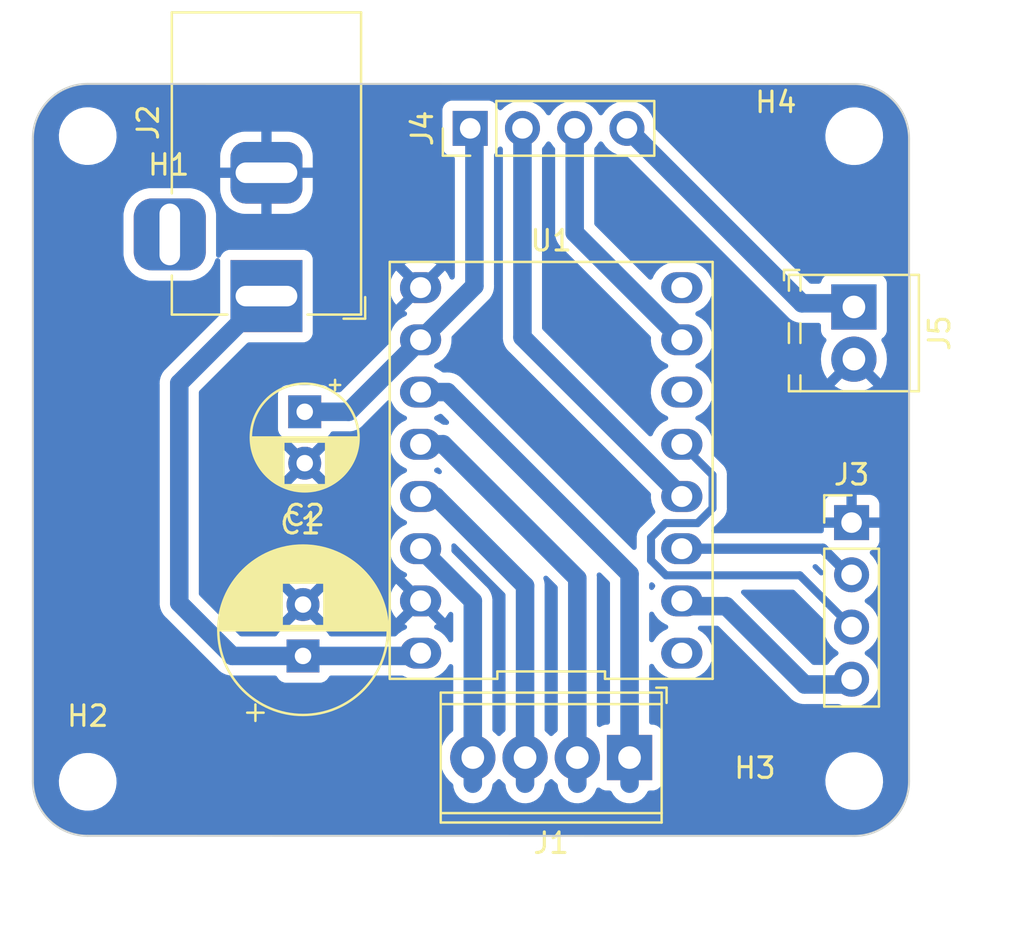
<source format=kicad_pcb>
(kicad_pcb (version 20221018) (generator pcbnew)
  (layers (0 "F.Cu" signal) (31 "B.Cu" signal) (34 "B.Paste" user) (35 "F.Paste" user) (36 "B.SilkS" user "B.Silkscreen") (37 "F.SilkS" user "F.Silkscreen") (38 "B.Mask" user) (39 "F.Mask" user) (44 "Edge.Cuts" user))
  (net 0 "")
  (net 1 "+12V")
  (net 2 "GND")
  (net 3 "+3.3V")
  (net 4 "Net-(J1-Pin_1)")
  (net 5 "Net-(J1-Pin_2)")
  (net 6 "Net-(J1-Pin_3)")
  (net 7 "Net-(J1-Pin_4)")
  (net 9 "Net-(J3-Pin_2)")
  (net 10 "Net-(J3-Pin_3)")
  (net 11 "Net-(J3-Pin_4)")
  (net 12 "Net-(J4-Pin_2)")
  (net 13 "Net-(J4-Pin_3)")
  (net 17 "Net-(J4-Pin_4)")
  (footprint "Connector_PinHeader_2.54mm:PinHeader_1x04_P2.54mm_Vertical" (layer "F.Cu") (at 149.987 85.09)
    (fp_text reference "J3" (at 0 -2.33) (layer "F.SilkS"))
    (fp_text value "Conn_01x04_Pin")
    (fp_line (start -1.33 -1.33) (end 0 -1.33) (stroke (width 0.12)) (layer "F.SilkS"))
    (fp_line (start -1.33 0) (end -1.33 -1.33) (stroke (width 0.12)) (layer "F.SilkS"))
    (fp_line (start -1.33 1.27) (end -1.33 8.95) (stroke (width 0.12)) (layer "F.SilkS"))
    (fp_line (start -1.33 1.27) (end 1.33 1.27) (stroke (width 0.12)) (layer "F.SilkS"))
    (fp_line (start -1.33 8.95) (end 1.33 8.95) (stroke (width 0.12)) (layer "F.SilkS"))
    (fp_line (start 1.33 1.27) (end 1.33 8.95) (stroke (width 0.12)) (layer "F.SilkS"))
    (pad "1" thru_hole rect (at 0 0) (size 1.7 1.7) (drill 1) (layers "*.Cu" "*.Mask") (net 2 "GND"))
    (pad "2" thru_hole oval (at 0 2.54) (size 1.7 1.7) (drill 1) (layers "*.Cu" "*.Mask") (net 9 "Net-(J3-Pin_2)"))
    (pad "3" thru_hole oval (at 0 5.08) (size 1.7 1.7) (drill 1) (layers "*.Cu" "*.Mask") (net 10 "Net-(J3-Pin_3)"))
    (pad "4" thru_hole oval (at 0 7.62) (size 1.7 1.7) (drill 1) (layers "*.Cu" "*.Mask") (net 11 "Net-(J3-Pin_4)"))
  )
  (footprint "OSMI_stepper_footprint:DIP-16_500_ELL" (layer "F.Cu") (at 135.382 82.55 90)
    (fp_text reference "U1" (at 11.176 0) (layer "F.SilkS"))
    (fp_text value "~")
    (fp_line (start -10.14 -7.85) (end -10.14 -2.616666) (stroke (width 0.12)) (layer "F.SilkS"))
    (fp_line (start -10.14 -2.616666) (end -9.78 -2.616666) (stroke (width 0.12)) (layer "F.SilkS"))
    (fp_line (start -10.14 2.616666) (end -10.14 7.849999) (stroke (width 0.12)) (layer "F.SilkS"))
    (fp_line (start -10.14 7.849999) (end 10.14 7.85) (stroke (width 0.12)) (layer "F.SilkS"))
    (fp_line (start -9.78 -2.616666) (end -9.78 2.616666) (stroke (width 0.12)) (layer "F.SilkS"))
    (fp_line (start -9.78 2.616666) (end -10.14 2.616666) (stroke (width 0.12)) (layer "F.SilkS"))
    (fp_line (start 10.14 -7.849999) (end -10.14 -7.85) (stroke (width 0.12)) (layer "F.SilkS"))
    (fp_line (start 10.14 7.85) (end 10.14 -7.849999) (stroke (width 0.12)) (layer "F.SilkS"))
    (pad "1" thru_hole oval (at -8.89 6.35 90) (size 1.5 2) (drill 1.02) (layers "*.Cu" "*.Mask"))
    (pad "2" thru_hole oval (at -6.35 6.35 90) (size 1.5 2) (drill 1.02) (layers "*.Cu" "*.Mask") (net 11 "Net-(J3-Pin_4)"))
    (pad "3" thru_hole oval (at -3.81 6.35 90) (size 1.5 2) (drill 1.02) (layers "*.Cu" "*.Mask") (net 9 "Net-(J3-Pin_2)"))
    (pad "4" thru_hole oval (at -1.27 6.35 90) (size 1.5 2) (drill 1.02) (layers "*.Cu" "*.Mask") (net 12 "Net-(J4-Pin_2)"))
    (pad "5" thru_hole oval (at 1.27 6.35 90) (size 1.5 2) (drill 1.02) (layers "*.Cu" "*.Mask") (net 10 "Net-(J3-Pin_3)"))
    (pad "6" thru_hole oval (at 3.81 6.35 90) (size 1.5 2) (drill 1.02) (layers "*.Cu" "*.Mask"))
    (pad "7" thru_hole oval (at 6.35 6.35 90) (size 1.5 2) (drill 1.02) (layers "*.Cu" "*.Mask") (net 13 "Net-(J4-Pin_3)"))
    (pad "8" thru_hole oval (at 8.89 6.35 90) (size 1.5 2) (drill 1.02) (layers "*.Cu" "*.Mask"))
    (pad "9" thru_hole oval (at 8.89 -6.35 90) (size 1.5 2) (drill 1.02) (layers "*.Cu" "*.Mask") (net 2 "GND"))
    (pad "10" thru_hole oval (at 6.35 -6.35 90) (size 1.5 2) (drill 1.02) (layers "*.Cu" "*.Mask") (net 3 "+3.3V"))
    (pad "11" thru_hole oval (at 3.81 -6.35 90) (size 1.5 2) (drill 1.02) (layers "*.Cu" "*.Mask") (net 4 "Net-(J1-Pin_1)"))
    (pad "12" thru_hole oval (at 1.27 -6.35 90) (size 1.5 2) (drill 1.02) (layers "*.Cu" "*.Mask") (net 5 "Net-(J1-Pin_2)"))
    (pad "13" thru_hole oval (at -1.27 -6.35 90) (size 1.5 2) (drill 1.02) (layers "*.Cu" "*.Mask") (net 6 "Net-(J1-Pin_3)"))
    (pad "14" thru_hole oval (at -3.81 -6.35 90) (size 1.5 2) (drill 1.02) (layers "*.Cu" "*.Mask") (net 7 "Net-(J1-Pin_4)"))
    (pad "15" thru_hole oval (at -6.35 -6.35 90) (size 1.5 2) (drill 1.02) (layers "*.Cu" "*.Mask") (net 2 "GND"))
    (pad "16" thru_hole oval (at -8.89 -6.35 90) (size 1.5 2) (drill 1.02) (layers "*.Cu" "*.Mask") (net 1 "+12V"))
  )
  (footprint "TerminalBlock_Phoenix:TerminalBlock_Phoenix_MPT-0,5-2-2.54_1x02_P2.54mm_Horizontal" (layer "F.Cu") (at 150.1 74.6 -90)
    (fp_text reference "J5" (at 1.27 -4.16 90) (layer "F.SilkS"))
    (fp_text value "Screw_Terminal_01x02")
    (fp_line (start -1.8 2.66) (end -1.8 3.4) (stroke (width 0.12)) (layer "F.SilkS"))
    (fp_line (start -1.8 3.4) (end -1.3 3.4) (stroke (width 0.12)) (layer "F.SilkS"))
    (fp_line (start -1.56 -3.16) (end -1.56 3.16) (stroke (width 0.12)) (layer "F.SilkS"))
    (fp_line (start -1.56 -3.16) (end 4.1 -3.16) (stroke (width 0.12)) (layer "F.SilkS"))
    (fp_line (start -1.56 -2.7) (end 4.1 -2.7) (stroke (width 0.12)) (layer "F.SilkS"))
    (fp_line (start -1.56 2.6) (end -0.79 2.6) (stroke (width 0.12)) (layer "F.SilkS"))
    (fp_line (start -1.56 3.16) (end -0.79 3.16) (stroke (width 0.12)) (layer "F.SilkS"))
    (fp_line (start 0.79 2.6) (end 1.75 2.6) (stroke (width 0.12)) (layer "F.SilkS"))
    (fp_line (start 0.79 3.16) (end 1.75 3.16) (stroke (width 0.12)) (layer "F.SilkS"))
    (fp_line (start 3.33 2.6) (end 4.1 2.6) (stroke (width 0.12)) (layer "F.SilkS"))
    (fp_line (start 3.33 3.16) (end 4.1 3.16) (stroke (width 0.12)) (layer "F.SilkS"))
    (fp_line (start 4.1 -3.16) (end 4.1 3.16) (stroke (width 0.12)) (layer "F.SilkS"))
    (pad "1" thru_hole rect (at 0 0 270) (size 2.2 2.2) (drill 1.1) (layers "*.Cu" "*.Mask") (net 17 "Net-(J4-Pin_4)"))
    (pad "2" thru_hole circle (at 2.54 0 270) (size 2.2 2.2) (drill 1.1) (layers "*.Cu" "*.Mask") (net 2 "GND"))
  )
  (footprint "Connector_PinHeader_2.54mm:PinHeader_1x04_P2.54mm_Vertical" (layer "F.Cu") (at 131.445 65.913 90)
    (fp_text reference "J4" (at 0 -2.33 90) (layer "F.SilkS"))
    (fp_text value "Conn_01x04_Pin")
    (fp_line (start -1.33 -1.33) (end 0 -1.33) (stroke (width 0.12)) (layer "F.SilkS"))
    (fp_line (start -1.33 0) (end -1.33 -1.33) (stroke (width 0.12)) (layer "F.SilkS"))
    (fp_line (start -1.33 1.27) (end -1.33 8.95) (stroke (width 0.12)) (layer "F.SilkS"))
    (fp_line (start -1.33 1.27) (end 1.33 1.27) (stroke (width 0.12)) (layer "F.SilkS"))
    (fp_line (start -1.33 8.95) (end 1.33 8.95) (stroke (width 0.12)) (layer "F.SilkS"))
    (fp_line (start 1.33 1.27) (end 1.33 8.95) (stroke (width 0.12)) (layer "F.SilkS"))
    (pad "1" thru_hole rect (at 0 0 90) (size 1.7 1.7) (drill 1) (layers "*.Cu" "*.Mask") (net 3 "+3.3V"))
    (pad "2" thru_hole oval (at 0 2.54 90) (size 1.7 1.7) (drill 1) (layers "*.Cu" "*.Mask") (net 12 "Net-(J4-Pin_2)"))
    (pad "3" thru_hole oval (at 0 5.08 90) (size 1.7 1.7) (drill 1) (layers "*.Cu" "*.Mask") (net 13 "Net-(J4-Pin_3)"))
    (pad "4" thru_hole oval (at 0 7.62 90) (size 1.7 1.7) (drill 1) (layers "*.Cu" "*.Mask") (net 17 "Net-(J4-Pin_4)"))
  )
  (footprint "Capacitor_THT:CP_Radial_D5.0mm_P2.50mm" (layer "F.Cu") (at 123.4 79.7 -90)
    (fp_text reference "C2" (at 5.04 0) (layer "F.SilkS"))
    (fp_text value "1uF")
    (fp_line (start -1.554775 -1.475) (end -1.054775 -1.475) (stroke (width 0.12)) (layer "F.SilkS"))
    (fp_line (start -1.304775 -1.725) (end -1.304775 -1.225) (stroke (width 0.12)) (layer "F.SilkS"))
    (fp_line (start 1.25 -2.58) (end 1.25 2.58) (stroke (width 0.12)) (layer "F.SilkS"))
    (fp_line (start 1.29 -2.58) (end 1.29 2.58) (stroke (width 0.12)) (layer "F.SilkS"))
    (fp_line (start 1.33 -2.579) (end 1.33 2.579) (stroke (width 0.12)) (layer "F.SilkS"))
    (fp_line (start 1.37 -2.578) (end 1.37 2.578) (stroke (width 0.12)) (layer "F.SilkS"))
    (fp_line (start 1.41 -2.576) (end 1.41 2.576) (stroke (width 0.12)) (layer "F.SilkS"))
    (fp_line (start 1.45 -2.573) (end 1.45 2.573) (stroke (width 0.12)) (layer "F.SilkS"))
    (fp_line (start 1.49 -2.569) (end 1.49 -1.04) (stroke (width 0.12)) (layer "F.SilkS"))
    (fp_line (start 1.49 1.04) (end 1.49 2.569) (stroke (width 0.12)) (layer "F.SilkS"))
    (fp_line (start 1.53 -2.565) (end 1.53 -1.04) (stroke (width 0.12)) (layer "F.SilkS"))
    (fp_line (start 1.53 1.04) (end 1.53 2.565) (stroke (width 0.12)) (layer "F.SilkS"))
    (fp_line (start 1.57 -2.561) (end 1.57 -1.04) (stroke (width 0.12)) (layer "F.SilkS"))
    (fp_line (start 1.57 1.04) (end 1.57 2.561) (stroke (width 0.12)) (layer "F.SilkS"))
    (fp_line (start 1.61 -2.556) (end 1.61 -1.04) (stroke (width 0.12)) (layer "F.SilkS"))
    (fp_line (start 1.61 1.04) (end 1.61 2.556) (stroke (width 0.12)) (layer "F.SilkS"))
    (fp_line (start 1.65 -2.55) (end 1.65 -1.04) (stroke (width 0.12)) (layer "F.SilkS"))
    (fp_line (start 1.65 1.04) (end 1.65 2.55) (stroke (width 0.12)) (layer "F.SilkS"))
    (fp_line (start 1.69 -2.543) (end 1.69 -1.04) (stroke (width 0.12)) (layer "F.SilkS"))
    (fp_line (start 1.69 1.04) (end 1.69 2.543) (stroke (width 0.12)) (layer "F.SilkS"))
    (fp_line (start 1.73 -2.536) (end 1.73 -1.04) (stroke (width 0.12)) (layer "F.SilkS"))
    (fp_line (start 1.73 1.04) (end 1.73 2.536) (stroke (width 0.12)) (layer "F.SilkS"))
    (fp_line (start 1.77 -2.528) (end 1.77 -1.04) (stroke (width 0.12)) (layer "F.SilkS"))
    (fp_line (start 1.77 1.04) (end 1.77 2.528) (stroke (width 0.12)) (layer "F.SilkS"))
    (fp_line (start 1.81 -2.52) (end 1.81 -1.04) (stroke (width 0.12)) (layer "F.SilkS"))
    (fp_line (start 1.81 1.04) (end 1.81 2.52) (stroke (width 0.12)) (layer "F.SilkS"))
    (fp_line (start 1.85 -2.511) (end 1.85 -1.04) (stroke (width 0.12)) (layer "F.SilkS"))
    (fp_line (start 1.85 1.04) (end 1.85 2.511) (stroke (width 0.12)) (layer "F.SilkS"))
    (fp_line (start 1.89 -2.501) (end 1.89 -1.04) (stroke (width 0.12)) (layer "F.SilkS"))
    (fp_line (start 1.89 1.04) (end 1.89 2.501) (stroke (width 0.12)) (layer "F.SilkS"))
    (fp_line (start 1.93 -2.491) (end 1.93 -1.04) (stroke (width 0.12)) (layer "F.SilkS"))
    (fp_line (start 1.93 1.04) (end 1.93 2.491) (stroke (width 0.12)) (layer "F.SilkS"))
    (fp_line (start 1.971 -2.48) (end 1.971 -1.04) (stroke (width 0.12)) (layer "F.SilkS"))
    (fp_line (start 1.971 1.04) (end 1.971 2.48) (stroke (width 0.12)) (layer "F.SilkS"))
    (fp_line (start 2.011 -2.468) (end 2.011 -1.04) (stroke (width 0.12)) (layer "F.SilkS"))
    (fp_line (start 2.011 1.04) (end 2.011 2.468) (stroke (width 0.12)) (layer "F.SilkS"))
    (fp_line (start 2.051 -2.455) (end 2.051 -1.04) (stroke (width 0.12)) (layer "F.SilkS"))
    (fp_line (start 2.051 1.04) (end 2.051 2.455) (stroke (width 0.12)) (layer "F.SilkS"))
    (fp_line (start 2.091 -2.442) (end 2.091 -1.04) (stroke (width 0.12)) (layer "F.SilkS"))
    (fp_line (start 2.091 1.04) (end 2.091 2.442) (stroke (width 0.12)) (layer "F.SilkS"))
    (fp_line (start 2.131 -2.428) (end 2.131 -1.04) (stroke (width 0.12)) (layer "F.SilkS"))
    (fp_line (start 2.131 1.04) (end 2.131 2.428) (stroke (width 0.12)) (layer "F.SilkS"))
    (fp_line (start 2.171 -2.414) (end 2.171 -1.04) (stroke (width 0.12)) (layer "F.SilkS"))
    (fp_line (start 2.171 1.04) (end 2.171 2.414) (stroke (width 0.12)) (layer "F.SilkS"))
    (fp_line (start 2.211 -2.398) (end 2.211 -1.04) (stroke (width 0.12)) (layer "F.SilkS"))
    (fp_line (start 2.211 1.04) (end 2.211 2.398) (stroke (width 0.12)) (layer "F.SilkS"))
    (fp_line (start 2.251 -2.382) (end 2.251 -1.04) (stroke (width 0.12)) (layer "F.SilkS"))
    (fp_line (start 2.251 1.04) (end 2.251 2.382) (stroke (width 0.12)) (layer "F.SilkS"))
    (fp_line (start 2.291 -2.365) (end 2.291 -1.04) (stroke (width 0.12)) (layer "F.SilkS"))
    (fp_line (start 2.291 1.04) (end 2.291 2.365) (stroke (width 0.12)) (layer "F.SilkS"))
    (fp_line (start 2.331 -2.348) (end 2.331 -1.04) (stroke (width 0.12)) (layer "F.SilkS"))
    (fp_line (start 2.331 1.04) (end 2.331 2.348) (stroke (width 0.12)) (layer "F.SilkS"))
    (fp_line (start 2.371 -2.329) (end 2.371 -1.04) (stroke (width 0.12)) (layer "F.SilkS"))
    (fp_line (start 2.371 1.04) (end 2.371 2.329) (stroke (width 0.12)) (layer "F.SilkS"))
    (fp_line (start 2.411 -2.31) (end 2.411 -1.04) (stroke (width 0.12)) (layer "F.SilkS"))
    (fp_line (start 2.411 1.04) (end 2.411 2.31) (stroke (width 0.12)) (layer "F.SilkS"))
    (fp_line (start 2.451 -2.29) (end 2.451 -1.04) (stroke (width 0.12)) (layer "F.SilkS"))
    (fp_line (start 2.451 1.04) (end 2.451 2.29) (stroke (width 0.12)) (layer "F.SilkS"))
    (fp_line (start 2.491 -2.268) (end 2.491 -1.04) (stroke (width 0.12)) (layer "F.SilkS"))
    (fp_line (start 2.491 1.04) (end 2.491 2.268) (stroke (width 0.12)) (layer "F.SilkS"))
    (fp_line (start 2.531 -2.247) (end 2.531 -1.04) (stroke (width 0.12)) (layer "F.SilkS"))
    (fp_line (start 2.531 1.04) (end 2.531 2.247) (stroke (width 0.12)) (layer "F.SilkS"))
    (fp_line (start 2.571 -2.224) (end 2.571 -1.04) (stroke (width 0.12)) (layer "F.SilkS"))
    (fp_line (start 2.571 1.04) (end 2.571 2.224) (stroke (width 0.12)) (layer "F.SilkS"))
    (fp_line (start 2.611 -2.2) (end 2.611 -1.04) (stroke (width 0.12)) (layer "F.SilkS"))
    (fp_line (start 2.611 1.04) (end 2.611 2.2) (stroke (width 0.12)) (layer "F.SilkS"))
    (fp_line (start 2.651 -2.175) (end 2.651 -1.04) (stroke (width 0.12)) (layer "F.SilkS"))
    (fp_line (start 2.651 1.04) (end 2.651 2.175) (stroke (width 0.12)) (layer "F.SilkS"))
    (fp_line (start 2.691 -2.149) (end 2.691 -1.04) (stroke (width 0.12)) (layer "F.SilkS"))
    (fp_line (start 2.691 1.04) (end 2.691 2.149) (stroke (width 0.12)) (layer "F.SilkS"))
    (fp_line (start 2.731 -2.122) (end 2.731 -1.04) (stroke (width 0.12)) (layer "F.SilkS"))
    (fp_line (start 2.731 1.04) (end 2.731 2.122) (stroke (width 0.12)) (layer "F.SilkS"))
    (fp_line (start 2.771 -2.095) (end 2.771 -1.04) (stroke (width 0.12)) (layer "F.SilkS"))
    (fp_line (start 2.771 1.04) (end 2.771 2.095) (stroke (width 0.12)) (layer "F.SilkS"))
    (fp_line (start 2.811 -2.065) (end 2.811 -1.04) (stroke (width 0.12)) (layer "F.SilkS"))
    (fp_line (start 2.811 1.04) (end 2.811 2.065) (stroke (width 0.12)) (layer "F.SilkS"))
    (fp_line (start 2.851 -2.035) (end 2.851 -1.04) (stroke (width 0.12)) (layer "F.SilkS"))
    (fp_line (start 2.851 1.04) (end 2.851 2.035) (stroke (width 0.12)) (layer "F.SilkS"))
    (fp_line (start 2.891 -2.004) (end 2.891 -1.04) (stroke (width 0.12)) (layer "F.SilkS"))
    (fp_line (start 2.891 1.04) (end 2.891 2.004) (stroke (width 0.12)) (layer "F.SilkS"))
    (fp_line (start 2.931 -1.971) (end 2.931 -1.04) (stroke (width 0.12)) (layer "F.SilkS"))
    (fp_line (start 2.931 1.04) (end 2.931 1.971) (stroke (width 0.12)) (layer "F.SilkS"))
    (fp_line (start 2.971 -1.937) (end 2.971 -1.04) (stroke (width 0.12)) (layer "F.SilkS"))
    (fp_line (start 2.971 1.04) (end 2.971 1.937) (stroke (width 0.12)) (layer "F.SilkS"))
    (fp_line (start 3.011 -1.901) (end 3.011 -1.04) (stroke (width 0.12)) (layer "F.SilkS"))
    (fp_line (start 3.011 1.04) (end 3.011 1.901) (stroke (width 0.12)) (layer "F.SilkS"))
    (fp_line (start 3.051 -1.864) (end 3.051 -1.04) (stroke (width 0.12)) (layer "F.SilkS"))
    (fp_line (start 3.051 1.04) (end 3.051 1.864) (stroke (width 0.12)) (layer "F.SilkS"))
    (fp_line (start 3.091 -1.826) (end 3.091 -1.04) (stroke (width 0.12)) (layer "F.SilkS"))
    (fp_line (start 3.091 1.04) (end 3.091 1.826) (stroke (width 0.12)) (layer "F.SilkS"))
    (fp_line (start 3.131 -1.785) (end 3.131 -1.04) (stroke (width 0.12)) (layer "F.SilkS"))
    (fp_line (start 3.131 1.04) (end 3.131 1.785) (stroke (width 0.12)) (layer "F.SilkS"))
    (fp_line (start 3.171 -1.743) (end 3.171 -1.04) (stroke (width 0.12)) (layer "F.SilkS"))
    (fp_line (start 3.171 1.04) (end 3.171 1.743) (stroke (width 0.12)) (layer "F.SilkS"))
    (fp_line (start 3.211 -1.699) (end 3.211 -1.04) (stroke (width 0.12)) (layer "F.SilkS"))
    (fp_line (start 3.211 1.04) (end 3.211 1.699) (stroke (width 0.12)) (layer "F.SilkS"))
    (fp_line (start 3.251 -1.653) (end 3.251 -1.04) (stroke (width 0.12)) (layer "F.SilkS"))
    (fp_line (start 3.251 1.04) (end 3.251 1.653) (stroke (width 0.12)) (layer "F.SilkS"))
    (fp_line (start 3.291 -1.605) (end 3.291 -1.04) (stroke (width 0.12)) (layer "F.SilkS"))
    (fp_line (start 3.291 1.04) (end 3.291 1.605) (stroke (width 0.12)) (layer "F.SilkS"))
    (fp_line (start 3.331 -1.554) (end 3.331 -1.04) (stroke (width 0.12)) (layer "F.SilkS"))
    (fp_line (start 3.331 1.04) (end 3.331 1.554) (stroke (width 0.12)) (layer "F.SilkS"))
    (fp_line (start 3.371 -1.5) (end 3.371 -1.04) (stroke (width 0.12)) (layer "F.SilkS"))
    (fp_line (start 3.371 1.04) (end 3.371 1.5) (stroke (width 0.12)) (layer "F.SilkS"))
    (fp_line (start 3.411 -1.443) (end 3.411 -1.04) (stroke (width 0.12)) (layer "F.SilkS"))
    (fp_line (start 3.411 1.04) (end 3.411 1.443) (stroke (width 0.12)) (layer "F.SilkS"))
    (fp_line (start 3.451 -1.383) (end 3.451 -1.04) (stroke (width 0.12)) (layer "F.SilkS"))
    (fp_line (start 3.451 1.04) (end 3.451 1.383) (stroke (width 0.12)) (layer "F.SilkS"))
    (fp_line (start 3.491 -1.319) (end 3.491 -1.04) (stroke (width 0.12)) (layer "F.SilkS"))
    (fp_line (start 3.491 1.04) (end 3.491 1.319) (stroke (width 0.12)) (layer "F.SilkS"))
    (fp_line (start 3.531 -1.251) (end 3.531 -1.04) (stroke (width 0.12)) (layer "F.SilkS"))
    (fp_line (start 3.531 1.04) (end 3.531 1.251) (stroke (width 0.12)) (layer "F.SilkS"))
    (fp_line (start 3.571 -1.178) (end 3.571 1.178) (stroke (width 0.12)) (layer "F.SilkS"))
    (fp_line (start 3.611 -1.098) (end 3.611 1.098) (stroke (width 0.12)) (layer "F.SilkS"))
    (fp_line (start 3.651 -1.011) (end 3.651 1.011) (stroke (width 0.12)) (layer "F.SilkS"))
    (fp_line (start 3.691 -0.915) (end 3.691 0.915) (stroke (width 0.12)) (layer "F.SilkS"))
    (fp_line (start 3.731 -0.805) (end 3.731 0.805) (stroke (width 0.12)) (layer "F.SilkS"))
    (fp_line (start 3.771 -0.677) (end 3.771 0.677) (stroke (width 0.12)) (layer "F.SilkS"))
    (fp_line (start 3.811 -0.518) (end 3.811 0.518) (stroke (width 0.12)) (layer "F.SilkS"))
    (fp_line (start 3.851 -0.284) (end 3.851 0.284) (stroke (width 0.12)) (layer "F.SilkS"))
    (fp_circle (center 1.25 0) (end 3.87 0) (stroke (width 0.12)) (fill none) (layer "F.SilkS"))
    (pad "1" thru_hole rect (at 0 0 270) (size 1.6 1.6) (drill 0.8) (layers "*.Cu" "*.Mask") (net 3 "+3.3V"))
    (pad "2" thru_hole circle (at 2.5 0 270) (size 1.6 1.6) (drill 0.8) (layers "*.Cu" "*.Mask") (net 2 "GND"))
  )
  (footprint "MountingHole:MountingHole_2.2mm_M2" (layer "F.Cu") (at 150.114 97.663)
    (fp_text reference "H3" (at -4.826 -0.635) (layer "F.SilkS"))
    (fp_text value "MountingHole")
    (pad "" np_thru_hole circle (at 0 0) (size 2.2 2.2) (drill 2.2) (layers "*.Cu" "*.Mask"))
  )
  (footprint "MountingHole:MountingHole_2.2mm_M2" (layer "F.Cu") (at 112.85 97.699)
    (fp_text reference "H2" (at 0 -3.2) (layer "F.SilkS"))
    (fp_text value "MountingHole")
    (pad "" np_thru_hole circle (at 0 0) (size 2.2 2.2) (drill 2.2) (layers "*.Cu" "*.Mask"))
  )
  (footprint "MountingHole:MountingHole_2.2mm_M2" (layer "F.Cu") (at 112.85 66.29)
    (fp_text reference "H1" (at 3.937 1.397) (layer "F.SilkS"))
    (fp_text value "MountingHole")
    (pad "" np_thru_hole circle (at 0 0) (size 2.2 2.2) (drill 2.2) (layers "*.Cu" "*.Mask"))
  )
  (footprint "MountingHole:MountingHole_2.2mm_M2" (layer "F.Cu") (at 150.114 66.294)
    (fp_text reference "H4" (at -3.81 -1.651) (layer "F.SilkS"))
    (fp_text value "MountingHole")
    (pad "" np_thru_hole circle (at 0 0) (size 2.2 2.2) (drill 2.2) (layers "*.Cu" "*.Mask"))
  )
  (footprint "Capacitor_THT:CP_Radial_D8.0mm_P2.50mm" (layer "F.Cu") (at 123.317 91.576651 90)
    (fp_text reference "C1" (at 6.437 -0.127) (layer "F.SilkS"))
    (fp_text value "100uF")
    (fp_line (start -3.159698 -2.315) (end -2.359698 -2.315) (stroke (width 0.12)) (layer "F.SilkS"))
    (fp_line (start -2.759698 -2.715) (end -2.759698 -1.915) (stroke (width 0.12)) (layer "F.SilkS"))
    (fp_line (start 1.25 -4.08) (end 1.25 4.08) (stroke (width 0.12)) (layer "F.SilkS"))
    (fp_line (start 1.29 -4.08) (end 1.29 4.08) (stroke (width 0.12)) (layer "F.SilkS"))
    (fp_line (start 1.33 -4.08) (end 1.33 4.08) (stroke (width 0.12)) (layer "F.SilkS"))
    (fp_line (start 1.37 -4.079) (end 1.37 4.079) (stroke (width 0.12)) (layer "F.SilkS"))
    (fp_line (start 1.41 -4.077) (end 1.41 4.077) (stroke (width 0.12)) (layer "F.SilkS"))
    (fp_line (start 1.45 -4.076) (end 1.45 4.076) (stroke (width 0.12)) (layer "F.SilkS"))
    (fp_line (start 1.49 -4.074) (end 1.49 -1.04) (stroke (width 0.12)) (layer "F.SilkS"))
    (fp_line (start 1.49 1.04) (end 1.49 4.074) (stroke (width 0.12)) (layer "F.SilkS"))
    (fp_line (start 1.53 -4.071) (end 1.53 -1.04) (stroke (width 0.12)) (layer "F.SilkS"))
    (fp_line (start 1.53 1.04) (end 1.53 4.071) (stroke (width 0.12)) (layer "F.SilkS"))
    (fp_line (start 1.57 -4.068) (end 1.57 -1.04) (stroke (width 0.12)) (layer "F.SilkS"))
    (fp_line (start 1.57 1.04) (end 1.57 4.068) (stroke (width 0.12)) (layer "F.SilkS"))
    (fp_line (start 1.61 -4.065) (end 1.61 -1.04) (stroke (width 0.12)) (layer "F.SilkS"))
    (fp_line (start 1.61 1.04) (end 1.61 4.065) (stroke (width 0.12)) (layer "F.SilkS"))
    (fp_line (start 1.65 -4.061) (end 1.65 -1.04) (stroke (width 0.12)) (layer "F.SilkS"))
    (fp_line (start 1.65 1.04) (end 1.65 4.061) (stroke (width 0.12)) (layer "F.SilkS"))
    (fp_line (start 1.69 -4.057) (end 1.69 -1.04) (stroke (width 0.12)) (layer "F.SilkS"))
    (fp_line (start 1.69 1.04) (end 1.69 4.057) (stroke (width 0.12)) (layer "F.SilkS"))
    (fp_line (start 1.73 -4.052) (end 1.73 -1.04) (stroke (width 0.12)) (layer "F.SilkS"))
    (fp_line (start 1.73 1.04) (end 1.73 4.052) (stroke (width 0.12)) (layer "F.SilkS"))
    (fp_line (start 1.77 -4.048) (end 1.77 -1.04) (stroke (width 0.12)) (layer "F.SilkS"))
    (fp_line (start 1.77 1.04) (end 1.77 4.048) (stroke (width 0.12)) (layer "F.SilkS"))
    (fp_line (start 1.81 -4.042) (end 1.81 -1.04) (stroke (width 0.12)) (layer "F.SilkS"))
    (fp_line (start 1.81 1.04) (end 1.81 4.042) (stroke (width 0.12)) (layer "F.SilkS"))
    (fp_line (start 1.85 -4.037) (end 1.85 -1.04) (stroke (width 0.12)) (layer "F.SilkS"))
    (fp_line (start 1.85 1.04) (end 1.85 4.037) (stroke (width 0.12)) (layer "F.SilkS"))
    (fp_line (start 1.89 -4.03) (end 1.89 -1.04) (stroke (width 0.12)) (layer "F.SilkS"))
    (fp_line (start 1.89 1.04) (end 1.89 4.03) (stroke (width 0.12)) (layer "F.SilkS"))
    (fp_line (start 1.93 -4.024) (end 1.93 -1.04) (stroke (width 0.12)) (layer "F.SilkS"))
    (fp_line (start 1.93 1.04) (end 1.93 4.024) (stroke (width 0.12)) (layer "F.SilkS"))
    (fp_line (start 1.971 -4.017) (end 1.971 -1.04) (stroke (width 0.12)) (layer "F.SilkS"))
    (fp_line (start 1.971 1.04) (end 1.971 4.017) (stroke (width 0.12)) (layer "F.SilkS"))
    (fp_line (start 2.011 -4.01) (end 2.011 -1.04) (stroke (width 0.12)) (layer "F.SilkS"))
    (fp_line (start 2.011 1.04) (end 2.011 4.01) (stroke (width 0.12)) (layer "F.SilkS"))
    (fp_line (start 2.051 -4.002) (end 2.051 -1.04) (stroke (width 0.12)) (layer "F.SilkS"))
    (fp_line (start 2.051 1.04) (end 2.051 4.002) (stroke (width 0.12)) (layer "F.SilkS"))
    (fp_line (start 2.091 -3.994) (end 2.091 -1.04) (stroke (width 0.12)) (layer "F.SilkS"))
    (fp_line (start 2.091 1.04) (end 2.091 3.994) (stroke (width 0.12)) (layer "F.SilkS"))
    (fp_line (start 2.131 -3.985) (end 2.131 -1.04) (stroke (width 0.12)) (layer "F.SilkS"))
    (fp_line (start 2.131 1.04) (end 2.131 3.985) (stroke (width 0.12)) (layer "F.SilkS"))
    (fp_line (start 2.171 -3.976) (end 2.171 -1.04) (stroke (width 0.12)) (layer "F.SilkS"))
    (fp_line (start 2.171 1.04) (end 2.171 3.976) (stroke (width 0.12)) (layer "F.SilkS"))
    (fp_line (start 2.211 -3.967) (end 2.211 -1.04) (stroke (width 0.12)) (layer "F.SilkS"))
    (fp_line (start 2.211 1.04) (end 2.211 3.967) (stroke (width 0.12)) (layer "F.SilkS"))
    (fp_line (start 2.251 -3.957) (end 2.251 -1.04) (stroke (width 0.12)) (layer "F.SilkS"))
    (fp_line (start 2.251 1.04) (end 2.251 3.957) (stroke (width 0.12)) (layer "F.SilkS"))
    (fp_line (start 2.291 -3.947) (end 2.291 -1.04) (stroke (width 0.12)) (layer "F.SilkS"))
    (fp_line (start 2.291 1.04) (end 2.291 3.947) (stroke (width 0.12)) (layer "F.SilkS"))
    (fp_line (start 2.331 -3.936) (end 2.331 -1.04) (stroke (width 0.12)) (layer "F.SilkS"))
    (fp_line (start 2.331 1.04) (end 2.331 3.936) (stroke (width 0.12)) (layer "F.SilkS"))
    (fp_line (start 2.371 -3.925) (end 2.371 -1.04) (stroke (width 0.12)) (layer "F.SilkS"))
    (fp_line (start 2.371 1.04) (end 2.371 3.925) (stroke (width 0.12)) (layer "F.SilkS"))
    (fp_line (start 2.411 -3.914) (end 2.411 -1.04) (stroke (width 0.12)) (layer "F.SilkS"))
    (fp_line (start 2.411 1.04) (end 2.411 3.914) (stroke (width 0.12)) (layer "F.SilkS"))
    (fp_line (start 2.451 -3.902) (end 2.451 -1.04) (stroke (width 0.12)) (layer "F.SilkS"))
    (fp_line (start 2.451 1.04) (end 2.451 3.902) (stroke (width 0.12)) (layer "F.SilkS"))
    (fp_line (start 2.491 -3.889) (end 2.491 -1.04) (stroke (width 0.12)) (layer "F.SilkS"))
    (fp_line (start 2.491 1.04) (end 2.491 3.889) (stroke (width 0.12)) (layer "F.SilkS"))
    (fp_line (start 2.531 -3.877) (end 2.531 -1.04) (stroke (width 0.12)) (layer "F.SilkS"))
    (fp_line (start 2.531 1.04) (end 2.531 3.877) (stroke (width 0.12)) (layer "F.SilkS"))
    (fp_line (start 2.571 -3.863) (end 2.571 -1.04) (stroke (width 0.12)) (layer "F.SilkS"))
    (fp_line (start 2.571 1.04) (end 2.571 3.863) (stroke (width 0.12)) (layer "F.SilkS"))
    (fp_line (start 2.611 -3.85) (end 2.611 -1.04) (stroke (width 0.12)) (layer "F.SilkS"))
    (fp_line (start 2.611 1.04) (end 2.611 3.85) (stroke (width 0.12)) (layer "F.SilkS"))
    (fp_line (start 2.651 -3.835) (end 2.651 -1.04) (stroke (width 0.12)) (layer "F.SilkS"))
    (fp_line (start 2.651 1.04) (end 2.651 3.835) (stroke (width 0.12)) (layer "F.SilkS"))
    (fp_line (start 2.691 -3.821) (end 2.691 -1.04) (stroke (width 0.12)) (layer "F.SilkS"))
    (fp_line (start 2.691 1.04) (end 2.691 3.821) (stroke (width 0.12)) (layer "F.SilkS"))
    (fp_line (start 2.731 -3.805) (end 2.731 -1.04) (stroke (width 0.12)) (layer "F.SilkS"))
    (fp_line (start 2.731 1.04) (end 2.731 3.805) (stroke (width 0.12)) (layer "F.SilkS"))
    (fp_line (start 2.771 -3.79) (end 2.771 -1.04) (stroke (width 0.12)) (layer "F.SilkS"))
    (fp_line (start 2.771 1.04) (end 2.771 3.79) (stroke (width 0.12)) (layer "F.SilkS"))
    (fp_line (start 2.811 -3.774) (end 2.811 -1.04) (stroke (width 0.12)) (layer "F.SilkS"))
    (fp_line (start 2.811 1.04) (end 2.811 3.774) (stroke (width 0.12)) (layer "F.SilkS"))
    (fp_line (start 2.851 -3.757) (end 2.851 -1.04) (stroke (width 0.12)) (layer "F.SilkS"))
    (fp_line (start 2.851 1.04) (end 2.851 3.757) (stroke (width 0.12)) (layer "F.SilkS"))
    (fp_line (start 2.891 -3.74) (end 2.891 -1.04) (stroke (width 0.12)) (layer "F.SilkS"))
    (fp_line (start 2.891 1.04) (end 2.891 3.74) (stroke (width 0.12)) (layer "F.SilkS"))
    (fp_line (start 2.931 -3.722) (end 2.931 -1.04) (stroke (width 0.12)) (layer "F.SilkS"))
    (fp_line (start 2.931 1.04) (end 2.931 3.722) (stroke (width 0.12)) (layer "F.SilkS"))
    (fp_line (start 2.971 -3.704) (end 2.971 -1.04) (stroke (width 0.12)) (layer "F.SilkS"))
    (fp_line (start 2.971 1.04) (end 2.971 3.704) (stroke (width 0.12)) (layer "F.SilkS"))
    (fp_line (start 3.011 -3.686) (end 3.011 -1.04) (stroke (width 0.12)) (layer "F.SilkS"))
    (fp_line (start 3.011 1.04) (end 3.011 3.686) (stroke (width 0.12)) (layer "F.SilkS"))
    (fp_line (start 3.051 -3.666) (end 3.051 -1.04) (stroke (width 0.12)) (layer "F.SilkS"))
    (fp_line (start 3.051 1.04) (end 3.051 3.666) (stroke (width 0.12)) (layer "F.SilkS"))
    (fp_line (start 3.091 -3.647) (end 3.091 -1.04) (stroke (width 0.12)) (layer "F.SilkS"))
    (fp_line (start 3.091 1.04) (end 3.091 3.647) (stroke (width 0.12)) (layer "F.SilkS"))
    (fp_line (start 3.131 -3.627) (end 3.131 -1.04) (stroke (width 0.12)) (layer "F.SilkS"))
    (fp_line (start 3.131 1.04) (end 3.131 3.627) (stroke (width 0.12)) (layer "F.SilkS"))
    (fp_line (start 3.171 -3.606) (end 3.171 -1.04) (stroke (width 0.12)) (layer "F.SilkS"))
    (fp_line (start 3.171 1.04) (end 3.171 3.606) (stroke (width 0.12)) (layer "F.SilkS"))
    (fp_line (start 3.211 -3.584) (end 3.211 -1.04) (stroke (width 0.12)) (layer "F.SilkS"))
    (fp_line (start 3.211 1.04) (end 3.211 3.584) (stroke (width 0.12)) (layer "F.SilkS"))
    (fp_line (start 3.251 -3.562) (end 3.251 -1.04) (stroke (width 0.12)) (layer "F.SilkS"))
    (fp_line (start 3.251 1.04) (end 3.251 3.562) (stroke (width 0.12)) (layer "F.SilkS"))
    (fp_line (start 3.291 -3.54) (end 3.291 -1.04) (stroke (width 0.12)) (layer "F.SilkS"))
    (fp_line (start 3.291 1.04) (end 3.291 3.54) (stroke (width 0.12)) (layer "F.SilkS"))
    (fp_line (start 3.331 -3.517) (end 3.331 -1.04) (stroke (width 0.12)) (layer "F.SilkS"))
    (fp_line (start 3.331 1.04) (end 3.331 3.517) (stroke (width 0.12)) (layer "F.SilkS"))
    (fp_line (start 3.371 -3.493) (end 3.371 -1.04) (stroke (width 0.12)) (layer "F.SilkS"))
    (fp_line (start 3.371 1.04) (end 3.371 3.493) (stroke (width 0.12)) (layer "F.SilkS"))
    (fp_line (start 3.411 -3.469) (end 3.411 -1.04) (stroke (width 0.12)) (layer "F.SilkS"))
    (fp_line (start 3.411 1.04) (end 3.411 3.469) (stroke (width 0.12)) (layer "F.SilkS"))
    (fp_line (start 3.451 -3.444) (end 3.451 -1.04) (stroke (width 0.12)) (layer "F.SilkS"))
    (fp_line (start 3.451 1.04) (end 3.451 3.444) (stroke (width 0.12)) (layer "F.SilkS"))
    (fp_line (start 3.491 -3.418) (end 3.491 -1.04) (stroke (width 0.12)) (layer "F.SilkS"))
    (fp_line (start 3.491 1.04) (end 3.491 3.418) (stroke (width 0.12)) (layer "F.SilkS"))
    (fp_line (start 3.531 -3.392) (end 3.531 -1.04) (stroke (width 0.12)) (layer "F.SilkS"))
    (fp_line (start 3.531 1.04) (end 3.531 3.392) (stroke (width 0.12)) (layer "F.SilkS"))
    (fp_line (start 3.571 -3.365) (end 3.571 3.365) (stroke (width 0.12)) (layer "F.SilkS"))
    (fp_line (start 3.611 -3.338) (end 3.611 3.338) (stroke (width 0.12)) (layer "F.SilkS"))
    (fp_line (start 3.651 -3.309) (end 3.651 3.309) (stroke (width 0.12)) (layer "F.SilkS"))
    (fp_line (start 3.691 -3.28) (end 3.691 3.28) (stroke (width 0.12)) (layer "F.SilkS"))
    (fp_line (start 3.731 -3.25) (end 3.731 3.25) (stroke (width 0.12)) (layer "F.SilkS"))
    (fp_line (start 3.771 -3.22) (end 3.771 3.22) (stroke (width 0.12)) (layer "F.SilkS"))
    (fp_line (start 3.811 -3.189) (end 3.811 3.189) (stroke (width 0.12)) (layer "F.SilkS"))
    (fp_line (start 3.851 -3.156) (end 3.851 3.156) (stroke (width 0.12)) (layer "F.SilkS"))
    (fp_line (start 3.891 -3.124) (end 3.891 3.124) (stroke (width 0.12)) (layer "F.SilkS"))
    (fp_line (start 3.931 -3.09) (end 3.931 3.09) (stroke (width 0.12)) (layer "F.SilkS"))
    (fp_line (start 3.971 -3.055) (end 3.971 3.055) (stroke (width 0.12)) (layer "F.SilkS"))
    (fp_line (start 4.011 -3.019) (end 4.011 3.019) (stroke (width 0.12)) (layer "F.SilkS"))
    (fp_line (start 4.051 -2.983) (end 4.051 2.983) (stroke (width 0.12)) (layer "F.SilkS"))
    (fp_line (start 4.091 -2.945) (end 4.091 2.945) (stroke (width 0.12)) (layer "F.SilkS"))
    (fp_line (start 4.131 -2.907) (end 4.131 2.907) (stroke (width 0.12)) (layer "F.SilkS"))
    (fp_line (start 4.171 -2.867) (end 4.171 2.867) (stroke (width 0.12)) (layer "F.SilkS"))
    (fp_line (start 4.211 -2.826) (end 4.211 2.826) (stroke (width 0.12)) (layer "F.SilkS"))
    (fp_line (start 4.251 -2.784) (end 4.251 2.784) (stroke (width 0.12)) (layer "F.SilkS"))
    (fp_line (start 4.291 -2.741) (end 4.291 2.741) (stroke (width 0.12)) (layer "F.SilkS"))
    (fp_line (start 4.331 -2.697) (end 4.331 2.697) (stroke (width 0.12)) (layer "F.SilkS"))
    (fp_line (start 4.371 -2.651) (end 4.371 2.651) (stroke (width 0.12)) (layer "F.SilkS"))
    (fp_line (start 4.411 -2.604) (end 4.411 2.604) (stroke (width 0.12)) (layer "F.SilkS"))
    (fp_line (start 4.451 -2.556) (end 4.451 2.556) (stroke (width 0.12)) (layer "F.SilkS"))
    (fp_line (start 4.491 -2.505) (end 4.491 2.505) (stroke (width 0.12)) (layer "F.SilkS"))
    (fp_line (start 4.531 -2.454) (end 4.531 2.454) (stroke (width 0.12)) (layer "F.SilkS"))
    (fp_line (start 4.571 -2.4) (end 4.571 2.4) (stroke (width 0.12)) (layer "F.SilkS"))
    (fp_line (start 4.611 -2.345) (end 4.611 2.345) (stroke (width 0.12)) (layer "F.SilkS"))
    (fp_line (start 4.651 -2.287) (end 4.651 2.287) (stroke (width 0.12)) (layer "F.SilkS"))
    (fp_line (start 4.691 -2.228) (end 4.691 2.228) (stroke (width 0.12)) (layer "F.SilkS"))
    (fp_line (start 4.731 -2.166) (end 4.731 2.166) (stroke (width 0.12)) (layer "F.SilkS"))
    (fp_line (start 4.771 -2.102) (end 4.771 2.102) (stroke (width 0.12)) (layer "F.SilkS"))
    (fp_line (start 4.811 -2.034) (end 4.811 2.034) (stroke (width 0.12)) (layer "F.SilkS"))
    (fp_line (start 4.851 -1.964) (end 4.851 1.964) (stroke (width 0.12)) (layer "F.SilkS"))
    (fp_line (start 4.891 -1.89) (end 4.891 1.89) (stroke (width 0.12)) (layer "F.SilkS"))
    (fp_line (start 4.931 -1.813) (end 4.931 1.813) (stroke (width 0.12)) (layer "F.SilkS"))
    (fp_line (start 4.971 -1.731) (end 4.971 1.731) (stroke (width 0.12)) (layer "F.SilkS"))
    (fp_line (start 5.011 -1.645) (end 5.011 1.645) (stroke (width 0.12)) (layer "F.SilkS"))
    (fp_line (start 5.051 -1.552) (end 5.051 1.552) (stroke (width 0.12)) (layer "F.SilkS"))
    (fp_line (start 5.091 -1.453) (end 5.091 1.453) (stroke (width 0.12)) (layer "F.SilkS"))
    (fp_line (start 5.131 -1.346) (end 5.131 1.346) (stroke (width 0.12)) (layer "F.SilkS"))
    (fp_line (start 5.171 -1.229) (end 5.171 1.229) (stroke (width 0.12)) (layer "F.SilkS"))
    (fp_line (start 5.211 -1.098) (end 5.211 1.098) (stroke (width 0.12)) (layer "F.SilkS"))
    (fp_line (start 5.251 -0.948) (end 5.251 0.948) (stroke (width 0.12)) (layer "F.SilkS"))
    (fp_line (start 5.291 -0.768) (end 5.291 0.768) (stroke (width 0.12)) (layer "F.SilkS"))
    (fp_line (start 5.331 -0.533) (end 5.331 0.533) (stroke (width 0.12)) (layer "F.SilkS"))
    (fp_circle (center 1.25 0) (end 5.37 0) (stroke (width 0.12)) (fill none) (layer "F.SilkS"))
    (pad "1" thru_hole rect (at 0 0 90) (size 1.6 1.6) (drill 0.8) (layers "*.Cu" "*.Mask") (net 1 "+12V"))
    (pad "2" thru_hole circle (at 2.5 0 90) (size 1.6 1.6) (drill 0.8) (layers "*.Cu" "*.Mask") (net 2 "GND"))
  )
  (footprint "Connector_BarrelJack:BarrelJack_Horizontal" (layer "F.Cu") (at 121.539 74.072 -90)
    (fp_text reference "J2" (at -8.45 5.75 90) (layer "F.SilkS"))
    (fp_text value "Barrel_Jack_Switch")
    (fp_line (start -13.8 -4.6) (end 0.9 -4.6) (stroke (width 0.12)) (layer "F.SilkS"))
    (fp_line (start -13.8 4.6) (end -13.8 -4.6) (stroke (width 0.12)) (layer "F.SilkS"))
    (fp_line (start -5 4.6) (end -13.8 4.6) (stroke (width 0.12)) (layer "F.SilkS"))
    (fp_line (start 0.05 -4.8) (end 1.1 -4.8) (stroke (width 0.12)) (layer "F.SilkS"))
    (fp_line (start 0.9 -4.6) (end 0.9 -2) (stroke (width 0.12)) (layer "F.SilkS"))
    (fp_line (start 0.9 1.9) (end 0.9 4.6) (stroke (width 0.12)) (layer "F.SilkS"))
    (fp_line (start 0.9 4.6) (end -1 4.6) (stroke (width 0.12)) (layer "F.SilkS"))
    (fp_line (start 1.1 -3.75) (end 1.1 -4.8) (stroke (width 0.12)) (layer "F.SilkS"))
    (pad "1" thru_hole rect (at 0 0 270) (size 3.5 3.5) (drill oval 1 3) (layers "*.Cu" "*.Mask") (net 1 "+12V"))
    (pad "2" thru_hole roundrect (at -6 0 270) (size 3 3.5) (drill oval 1 3) (layers "*.Cu" "*.Mask") (net 2 "GND"))
    (pad "3" thru_hole roundrect (at -3 4.7 270) (size 3.5 3.5) (drill oval 3 1) (layers "*.Cu" "*.Mask"))
  )
  (footprint "TerminalBlock_Phoenix:TerminalBlock_Phoenix_MPT-0,5-4-2.54_1x04_P2.54mm_Horizontal" (layer "F.Cu") (at 139.192 96.52 180)
    (fp_text reference "J1" (at 3.81 -4.16) (layer "F.SilkS"))
    (fp_text value "Motor Out")
    (fp_line (start -1.8 2.66) (end -1.8 3.4) (stroke (width 0.12)) (layer "F.SilkS"))
    (fp_line (start -1.8 3.4) (end -1.3 3.4) (stroke (width 0.12)) (layer "F.SilkS"))
    (fp_line (start -1.56 -3.16) (end -1.56 3.16) (stroke (width 0.12)) (layer "F.SilkS"))
    (fp_line (start -1.56 -3.16) (end 9.18 -3.16) (stroke (width 0.12)) (layer "F.SilkS"))
    (fp_line (start -1.56 -2.7) (end 9.18 -2.7) (stroke (width 0.12)) (layer "F.SilkS"))
    (fp_line (start -1.56 2.6) (end 9.18 2.6) (stroke (width 0.12)) (layer "F.SilkS"))
    (fp_line (start -1.56 3.16) (end 9.18 3.16) (stroke (width 0.12)) (layer "F.SilkS"))
    (fp_line (start 9.18 -3.16) (end 9.18 3.16) (stroke (width 0.12)) (layer "F.SilkS"))
    (pad "1" thru_hole rect (at 0 0 180) (size 2.2 2.2) (drill 1.1) (layers "*.Cu" "*.Mask") (net 4 "Net-(J1-Pin_1)"))
    (pad "2" thru_hole circle (at 2.54 0 180) (size 2.2 2.2) (drill 1.1) (layers "*.Cu" "*.Mask") (net 5 "Net-(J1-Pin_2)"))
    (pad "3" thru_hole circle (at 5.08 0 180) (size 2.2 2.2) (drill 1.1) (layers "*.Cu" "*.Mask") (net 6 "Net-(J1-Pin_3)"))
    (pad "4" thru_hole circle (at 7.62 0 180) (size 2.2 2.2) (drill 1.1) (layers "*.Cu" "*.Mask") (net 7 "Net-(J1-Pin_4)"))
  )
  (gr_arc (start 110.183 66.417) (mid 110.964146 64.531146) (end 112.85 63.75) (stroke (width 0.1)) (layer "Edge.Cuts"))
  (gr_line (start 110.183 66.417) (end 110.183 97.659) (stroke (width 0.1)) (layer "Edge.Cuts"))
  (gr_arc (start 112.85 100.326) (mid 110.964146 99.544854) (end 110.183 97.659) (stroke (width 0.1)) (layer "Edge.Cuts"))
  (gr_arc (start 152.781 97.663) (mid 151.999854 99.548854) (end 150.114 100.33) (stroke (width 0.1)) (layer "Edge.Cuts"))
  (gr_line (start 150.114 63.754) (end 112.85 63.75) (stroke (width 0.1)) (layer "Edge.Cuts"))
  (gr_arc (start 150.114 63.754) (mid 151.999854 64.535146) (end 152.781 66.421) (stroke (width 0.1)) (layer "Edge.Cuts"))
  (gr_line (start 152.781 97.663) (end 152.781 66.421) (stroke (width 0.1)) (layer "Edge.Cuts"))
  (gr_line (start 112.85 100.326) (end 150.114 100.33) (stroke (width 0.1)) (layer "Edge.Cuts"))
  (segment (start 119.876651 91.576651) (end 117.3 89) (width 0.9) (layer "B.Cu") (net 1))
  (segment (start 117.3 89) (end 117.3 78.311) (width 0.9) (layer "B.Cu") (net 1))
  (segment (start 123.317 91.576651) (end 128.895349 91.576651) (width 0.9) (layer "B.Cu") (net 1))
  (segment (start 123.317 91.576651) (end 119.876651 91.576651) (width 0.9) (layer "B.Cu") (net 1))
  (segment (start 117.3 78.311) (end 121.539 74.072) (width 0.9) (layer "B.Cu") (net 1))
  (segment (start 123.4 79.7) (end 125.532 79.7) (width 0.9) (layer "B.Cu") (net 3))
  (segment (start 131.65 73.582) (end 131.65 66.118) (width 0.9) (layer "B.Cu") (net 3))
  (segment (start 129.032 76.2) (end 131.65 73.582) (width 0.9) (layer "B.Cu") (net 3))
  (segment (start 125.532 79.7) (end 129.032 76.2) (width 0.9) (layer "B.Cu") (net 3))
  (segment (start 130.34 78.74) (end 139.192 87.592) (width 0.9) (layer "B.Cu") (net 4))
  (segment (start 129.032 78.74) (end 130.34 78.74) (width 0.9) (layer "B.Cu") (net 4))
  (segment (start 139.192 87.592) (end 139.192 97.79) (width 0.9) (layer "B.Cu") (net 4))
  (segment (start 136.652 87.802) (end 136.652 97.79) (width 0.9) (layer "B.Cu") (net 5))
  (segment (start 130.13 81.28) (end 136.652 87.802) (width 0.9) (layer "B.Cu") (net 5))
  (segment (start 129.032 81.28) (end 130.13 81.28) (width 0.9) (layer "B.Cu") (net 5))
  (segment (start 129.032 83.82) (end 129.77 83.82) (width 0.9) (layer "B.Cu") (net 6))
  (segment (start 129.77 83.82) (end 134.112 88.162) (width 0.9) (layer "B.Cu") (net 6))
  (segment (start 134.112 88.162) (end 134.112 97.79) (width 0.9) (layer "B.Cu") (net 6))
  (segment (start 131.572 88.9) (end 131.572 97.79) (width 0.9) (layer "B.Cu") (net 7))
  (segment (start 129.032 86.36) (end 131.572 88.9) (width 0.9) (layer "B.Cu") (net 7))
  (segment (start 148.59 86.36) (end 141.732 86.36) (width 0.5) (layer "B.Cu") (net 9))
  (segment (start 150.114 87.884) (end 148.59 86.36) (width 0.5) (layer "B.Cu") (net 9))
  (segment (start 143.227 84.385696) (end 142.497696 85.115) (width 0.39) (layer "B.Cu") (net 10))
  (segment (start 143.227 82.775) (end 143.227 84.385696) (width 0.39) (layer "B.Cu") (net 10))
  (segment (start 140.966304 87.655) (end 147.472 87.655) (width 0.39) (layer "B.Cu") (net 10))
  (segment (start 140.935 85.115) (end 140.237 85.813) (width 0.39) (layer "B.Cu") (net 10))
  (segment (start 147.472 87.655) (end 149.987 90.17) (width 0.39) (layer "B.Cu") (net 10))
  (segment (start 140.237 85.813) (end 140.237 86.925696) (width 0.39) (layer "B.Cu") (net 10))
  (segment (start 142.497696 85.115) (end 140.935 85.115) (width 0.39) (layer "B.Cu") (net 10))
  (segment (start 140.237 86.925696) (end 140.966304 87.655) (width 0.39) (layer "B.Cu") (net 10))
  (segment (start 141.732 81.28) (end 143.227 82.775) (width 0.39) (layer "B.Cu") (net 10))
  (segment (start 143.891 89.154) (end 141.605 89.154) (width 0.9) (layer "B.Cu") (net 11))
  (segment (start 147.701 92.964) (end 143.891 89.154) (width 0.9) (layer "B.Cu") (net 11))
  (segment (start 150.114 92.964) (end 147.701 92.964) (width 0.9) (layer "B.Cu") (net 11))
  (segment (start 141.732 83.82) (end 133.985 76.073) (width 0.9) (layer "B.Cu") (net 12))
  (segment (start 133.985 76.073) (end 133.985 65.913) (width 0.9) (layer "B.Cu") (net 12))
  (segment (start 141.732 76.2) (end 136.525 70.993) (width 0.9) (layer "B.Cu") (net 13))
  (segment (start 136.525 70.993) (end 136.525 65.913) (width 0.9) (layer "B.Cu") (net 13))
  (segment (start 149.922 74.422) (end 147.574 74.422) (width 0.9) (layer "B.Cu") (net 17))
  (segment (start 147.574 74.422) (end 139.065 65.913) (width 0.9) (layer "B.Cu") (net 17))
  (segment (start 150.1 74.6) (end 149.922 74.422) (width 0.9) (layer "B.Cu") (net 17))
  (zone (net 2) (net_name "GND") (layer "B.Cu") (connect_pads (clearance 0.5)) (min_thickness 0.25) (fill yes (thermal_gap 0.5) (thermal_bridge_width 0.5) (island_removal_mode 1) (island_area_min 10))
    (polygon (pts (xy 109.093 60.833) (xy 158.369 61.087) (xy 157.988 105.41) (xy 108.585 104.902)))
  )
)
</source>
